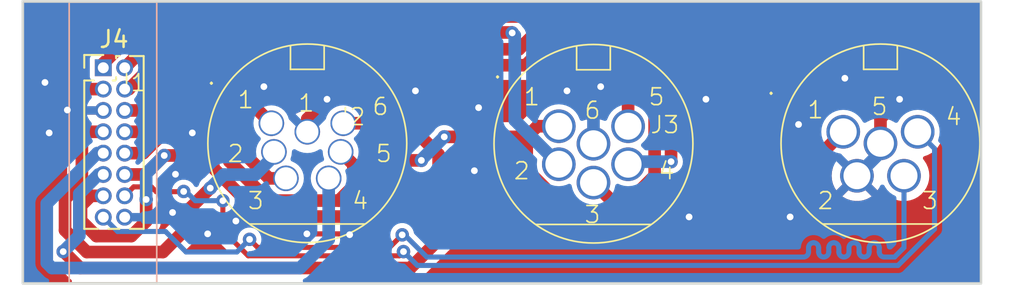
<source format=kicad_pcb>
(kicad_pcb (version 20221018) (generator pcbnew)
  (layers (0 "F.Cu" signal) (31 "B.Cu" signal) (34 "B.Paste" user) (35 "F.Paste" user) (36 "B.SilkS" user "B.Silkscreen") (37 "F.SilkS" user "F.Silkscreen") (38 "B.Mask" user) (39 "F.Mask" user) (44 "Edge.Cuts" user))
  (net 0 "")
  (net 1 "GPIO1_out{slash}in")
  (net 2 "GPIO2_out{slash}in")
  (net 3 "GPIO3_out{slash}in")
  (net 4 "GPIO4_out{slash}in")
  (net 5 "GPIO5_out{slash}in")
  (net 6 "GPIO6_out{slash}in")
  (net 7 "GND")
  (net 8 "+BATT")
  (net 9 "Analog0_In")
  (net 10 "Analog1_In")
  (net 11 "Analog2_In")
  (net 12 "Analog3_In")
  (net 13 "CAN1_N")
  (net 14 "CAN1_P")
  (footprint "Connector_PinHeader_1.27mm:PinHeader_2x08_P1.27mm_Vertical" (layer "F.Cu") (at 16.7132 15.875)
    (fp_text reference "J4" (at 0.635 -1.695) (layer "F.SilkS"))
    (fp_text value "WE 62702621621")
    (fp_line (start -1.13 -0.76) (end 0 -0.76) (stroke (width 0.12)) (layer "F.SilkS"))
    (fp_line (start -1.13 0) (end -1.13 -0.76) (stroke (width 0.12)) (layer "F.SilkS"))
    (fp_line (start -1.13 0.76) (end -1.13 9.585) (stroke (width 0.12)) (layer "F.SilkS"))
    (fp_line (start -1.13 0.76) (end -0.563471 0.76) (stroke (width 0.12)) (layer "F.SilkS"))
    (fp_line (start -1.13 9.585) (end -0.30753 9.585) (stroke (width 0.12)) (layer "F.SilkS"))
    (fp_line (start 0.30753 9.585) (end 0.96247 9.585) (stroke (width 0.12)) (layer "F.SilkS"))
    (fp_line (start 0.563471 0.76) (end 0.706529 0.76) (stroke (width 0.12)) (layer "F.SilkS"))
    (fp_line (start 0.76 -0.695) (end 0.96247 -0.695) (stroke (width 0.12)) (layer "F.SilkS"))
    (fp_line (start 0.76 -0.563471) (end 0.76 -0.695) (stroke (width 0.12)) (layer "F.SilkS"))
    (fp_line (start 0.76 0.706529) (end 0.76 0.563471) (stroke (width 0.12)) (layer "F.SilkS"))
    (fp_line (start 1.57753 -0.695) (end 2.4 -0.695) (stroke (width 0.12)) (layer "F.SilkS"))
    (fp_line (start 1.57753 9.585) (end 2.4 9.585) (stroke (width 0.12)) (layer "F.SilkS"))
    (fp_line (start 2.4 -0.695) (end 2.4 9.585) (stroke (width 0.12)) (layer "F.SilkS"))
    (pad "1" thru_hole rect (at 0 0) (size 1 1) (drill 0.65) (layers "*.Cu" "*.Mask") (net 9 "Analog0_In"))
    (pad "2" thru_hole oval (at 1.27 0) (size 1 1) (drill 0.65) (layers "*.Cu" "*.Mask") (net 10 "Analog1_In"))
    (pad "3" thru_hole oval (at 0 1.27) (size 1 1) (drill 0.65) (layers "*.Cu" "*.Mask") (net 11 "Analog2_In"))
    (pad "4" thru_hole oval (at 1.27 1.27) (size 1 1) (drill 0.65) (layers "*.Cu" "*.Mask") (net 12 "Analog3_In"))
    (pad "5" thru_hole oval (at 0 2.54) (size 1 1) (drill 0.65) (layers "*.Cu" "*.Mask") (net 7 "GND"))
    (pad "6" thru_hole oval (at 1.27 2.54) (size 1 1) (drill 0.65) (layers "*.Cu" "*.Mask") (net 1 "GPIO1_out{slash}in"))
    (pad "7" thru_hole oval (at 0 3.81) (size 1 1) (drill 0.65) (layers "*.Cu" "*.Mask") (net 2 "GPIO2_out{slash}in"))
    (pad "8" thru_hole oval (at 1.27 3.81) (size 1 1) (drill 0.65) (layers "*.Cu" "*.Mask") (net 3 "GPIO3_out{slash}in"))
    (pad "9" thru_hole oval (at 0 5.08) (size 1 1) (drill 0.65) (layers "*.Cu" "*.Mask") (net 4 "GPIO4_out{slash}in"))
    (pad "10" thru_hole oval (at 1.27 5.08) (size 1 1) (drill 0.65) (layers "*.Cu" "*.Mask") (net 5 "GPIO5_out{slash}in"))
    (pad "11" thru_hole oval (at 0 6.35) (size 1 1) (drill 0.65) (layers "*.Cu" "*.Mask") (net 6 "GPIO6_out{slash}in"))
    (pad "12" thru_hole oval (at 1.27 6.35) (size 1 1) (drill 0.65) (layers "*.Cu" "*.Mask") (net 8 "+BATT"))
    (pad "13" thru_hole oval (at 0 7.62) (size 1 1) (drill 0.65) (layers "*.Cu" "*.Mask") (net 8 "+BATT"))
    (pad "14" thru_hole oval (at 1.27 7.62) (size 1 1) (drill 0.65) (layers "*.Cu" "*.Mask") (net 14 "CAN1_P"))
    (pad "15" thru_hole oval (at 0 8.89) (size 1 1) (drill 0.65) (layers "*.Cu" "*.Mask") (net 13 "CAN1_N"))
    (pad "16" thru_hole oval (at 1.27 8.89) (size 1 1) (drill 0.65) (layers "*.Cu" "*.Mask") (net 7 "GND"))
  )
  (footprint "Library:MiniXLR_7Pin" (layer "F.Cu") (at 28.829 20.3708)
    (fp_text reference "J1" (at -10.4 -3.6 unlocked) (layer "F.SilkS") (effects (font (thickness 0.1))))
    (fp_text value "Conn_01x07")
    (fp_text user "." (at -6 -3.4 unlocked) (layer "F.SilkS") (effects (font (thickness 0.1)) (justify left bottom)))
    (fp_text user "5" (at 4 1.2 unlocked) (layer "F.SilkS") (effects (font (thickness 0.1)) (justify left bottom)))
    (fp_text user "4" (at 2.6 4 unlocked) (layer "F.SilkS") (effects (font (thickness 0.1)) (justify left bottom)))
    (fp_text user "1" (at -4.2 -2 unlocked) (layer "F.SilkS") (effects (font (thickness 0.1)) (justify left bottom)))
    (fp_text user "3" (at -3.6 4 unlocked) (layer "F.SilkS") (effects (font (thickness 0.1)) (justify left bottom)))
    (fp_text user "2" (at -4.8 1.2 unlocked) (layer "F.SilkS") (effects (font (thickness 0.1)) (justify left bottom)))
    (fp_text user "1" (at -0.6 -1.8 unlocked) (layer "F.SilkS") (effects (font (thickness 0.1)) (justify left bottom)))
    (fp_text user "6" (at 3.8 -1.6 unlocked) (layer "F.SilkS") (effects (font (thickness 0.1)) (justify left bottom)))
    (fp_line (start -3.4 4.8) (end 3.4 4.8) (stroke (width 0.1)) (layer "F.SilkS"))
    (fp_line (start -1 -5.8) (end -1 -4.4) (stroke (width 0.1)) (layer "F.SilkS"))
    (fp_line (start -1 -4.4) (end 1 -4.4) (stroke (width 0.1)) (layer "F.SilkS"))
    (fp_line (start 1 -4.4) (end 1 -5.8) (stroke (width 0.1)) (layer "F.SilkS"))
    (fp_circle (center 0 0) (end 5.9055 0) (stroke (width 0.1)) (fill none) (layer "F.SilkS"))
    (pad "1" thru_hole circle (at -2.1336 -1.1938) (size 1.52 1.52) (drill 1.32) (layers "*.Cu" "*.Mask") (net 1 "GPIO1_out{slash}in"))
    (pad "2" thru_hole circle (at -1.9812 0.508) (size 1.52 1.52) (drill 1.32) (layers "*.Cu" "*.Mask") (net 2 "GPIO2_out{slash}in"))
    (pad "3" thru_hole circle (at -1.27 2.0828) (size 1.52 1.52) (drill 1.32) (layers "*.Cu" "*.Mask") (net 3 "GPIO3_out{slash}in"))
    (pad "4" thru_hole circle (at 1.27 2.0828) (size 1.52 1.52) (drill 1.32) (layers "*.Cu" "*.Mask") (net 4 "GPIO4_out{slash}in"))
    (pad "5" thru_hole circle (at 1.9812 0.508) (size 1.52 1.52) (drill 1.32) (layers "*.Cu" "*.Mask") (net 5 "GPIO5_out{slash}in"))
    (pad "6" thru_hole circle (at 2.1336 -1.1938) (size 1.52 1.52) (drill 1.32) (layers "*.Cu" "*.Mask") (net 6 "GPIO6_out{slash}in"))
    (pad "7" thru_hole circle (at 0 -0.6858) (size 1.52 1.52) (drill 1.32) (layers "*.Cu" "*.Mask") (net 7 "GND"))
  )
  (footprint "Library:MiniXLR_5Pin" (layer "F.Cu") (at 62.865 20.3708)
    (fp_text reference "J3" (at -12.8 -1.1 unlocked) (layer "F.SilkS") (effects (font (thickness 0.1))))
    (fp_text value "Conn_01x05")
    (fp_text user "2" (at -3.8 4 unlocked) (layer "F.SilkS") (effects (font (thickness 0.1)) (justify left bottom)))
    (fp_text user "." (at -6.8 -2.8 unlocked) (layer "F.SilkS") (effects (font (thickness 0.1)) (justify left bottom)))
    (fp_text user "4" (at 3.8 -1 unlocked) (layer "F.SilkS") (effects (font (thickness 0.1)) (justify left bottom)))
    (fp_text user "1" (at -4.4 -1.4 unlocked) (layer "F.SilkS") (effects (font (thickness 0.1)) (justify left bottom)))
    (fp_text user "5" (at -0.6 -1.6 unlocked) (layer "F.SilkS") (effects (font (thickness 0.1)) (justify left bottom)))
    (fp_text user "3" (at 2.4 4 unlocked) (layer "F.SilkS") (effects (font (thickness 0.1)) (justify left bottom)))
    (fp_line (start -3.4 4.8) (end 3.4 4.8) (stroke (width 0.1)) (layer "F.SilkS"))
    (fp_line (start -1 -5.8) (end -1 -4.4) (stroke (width 0.1)) (layer "F.SilkS"))
    (fp_line (start -1 -4.4) (end 1 -4.4) (stroke (width 0.1)) (layer "F.SilkS"))
    (fp_line (start 1 -4.4) (end 1 -5.8) (stroke (width 0.1)) (layer "F.SilkS"))
    (fp_circle (center 0 0) (end 5.9055 0) (stroke (width 0.1)) (fill none) (layer "F.SilkS"))
    (pad "1" thru_hole circle (at -2.2098 -0.6858) (size 2 2) (drill 1.6) (layers "*.Cu" "*.Mask") (net 8 "+BATT"))
    (pad "2" thru_hole circle (at -1.397 1.9304) (size 2 2) (drill 1.6) (layers "*.Cu" "*.Mask") (net 7 "GND"))
    (pad "3" thru_hole circle (at 1.397 1.9304) (size 2 2) (drill 1.6) (layers "*.Cu" "*.Mask") (net 13 "CAN1_N"))
    (pad "4" thru_hole circle (at 2.2098 -0.6858) (size 2 2) (drill 1.6) (layers "*.Cu" "*.Mask") (net 14 "CAN1_P"))
    (pad "5" thru_hole circle (at 0 0) (size 2 2) (drill 1.6) (layers "*.Cu" "*.Mask") (net 7 "GND"))
  )
  (footprint "Library:MiniXLR_6Pin" (layer "F.Cu") (at 45.8216 20.3962)
    (fp_text reference "J2" (at -14.4 -1.6 unlocked) (layer "F.SilkS") (effects (font (thickness 0.1))))
    (fp_text value "Conn_01x06")
    (fp_text user "3" (at -0.6 4.8 unlocked) (layer "F.SilkS") (effects (font (thickness 0.1)) (justify left bottom)))
    (fp_text user "6" (at -0.6 -1.4 unlocked) (layer "F.SilkS") (effects (font (thickness 0.1)) (justify left bottom)))
    (fp_text user "4" (at 3.8 2.2 unlocked) (layer "F.SilkS") (effects (font (thickness 0.1)) (justify left bottom)))
    (fp_text user "2" (at -4.8 2.2 unlocked) (layer "F.SilkS") (effects (font (thickness 0.1)) (justify left bottom)))
    (fp_text user "5" (at 3.2 -2.2 unlocked) (layer "F.SilkS") (effects (font (thickness 0.1)) (justify left bottom)))
    (fp_text user "1" (at -4.2 -2.2 unlocked) (layer "F.SilkS") (effects (font (thickness 0.1)) (justify left bottom)))
    (fp_text user "." (at -6 -3.8 unlocked) (layer "F.SilkS") (effects (font (thickness 0.1)) (justify left bottom)))
    (fp_line (start -3.4 4.8) (end 3.4 4.8) (stroke (width 0.1)) (layer "F.SilkS"))
    (fp_line (start -1 -5.8) (end -1 -4.4) (stroke (width 0.1)) (layer "F.SilkS"))
    (fp_line (start -1 -4.4) (end 1 -4.4) (stroke (width 0.1)) (layer "F.SilkS"))
    (fp_line (start 1 -4.4) (end 1 -5.8) (stroke (width 0.1)) (layer "F.SilkS"))
    (fp_circle (center 0 0) (end 5.9055 0) (stroke (width 0.1)) (fill none) (layer "F.SilkS"))
    (pad "1" thru_hole circle (at -2.0574 -1.0414) (size 2 2) (drill 1.6) (layers "*.Cu" "*.Mask") (net 8 "+BATT"))
    (pad "2" thru_hole circle (at -2.0574 1.2192) (size 2 2) (drill 1.6) (layers "*.Cu" "*.Mask") (net 9 "Analog0_In"))
    (pad "3" thru_hole circle (at 0 2.3114) (size 2 2) (drill 1.6) (layers "*.Cu" "*.Mask") (net 10 "Analog1_In"))
    (pad "4" thru_hole circle (at 2.0574 1.2192) (size 2 2) (drill 1.6) (layers "*.Cu" "*.Mask") (net 11 "Analog2_In"))
    (pad "5" thru_hole circle (at 2.0574 -1.0414) (size 2 2) (drill 1.6) (layers "*.Cu" "*.Mask") (net 12 "Analog3_In"))
    (pad "6" thru_hole circle (at 0 0) (size 2 2) (drill 1.6) (layers "*.Cu" "*.Mask") (net 7 "GND"))
  )
  (gr_rect (start 14.6882 11.97) (end 19.8882 28.67) (stroke (width 0.1)) (fill none) (layer "B.SilkS"))
  (gr_rect (start 11.938 11.938) (end 68.834 28.702) (stroke (width 0.15)) (fill none) (layer "Edge.Cuts"))
  (segment (start 26.675767 19.177) (end 26.6954 19.177) (width 0.75) (layer "F.Cu") (net 1))
  (segment (start 18.946982 18.415) (end 20.734982 16.627) (width 0.75) (layer "F.Cu") (net 1))
  (segment (start 20.734982 16.627) (end 24.125767 16.627) (width 0.75) (layer "F.Cu") (net 1))
  (segment (start 17.9832 18.415) (end 18.946982 18.415) (width 0.75) (layer "F.Cu") (net 1))
  (segment (start 24.125767 16.627) (end 26.675767 19.177) (width 0.75) (layer "F.Cu") (net 1))
  (segment (start 15.4432 19.9644) (end 15.7226 19.685) (width 0.75) (layer "F.Cu") (net 2))
  (segment (start 23.06531 23.036006) (end 21.8948 24.206516) (width 0.75) (layer "F.Cu") (net 2))
  (segment (start 14.4424 25.544898) (end 14.4424 23.685698) (width 0.75) (layer "F.Cu") (net 2))
  (segment (start 15.735102 26.8376) (end 14.4424 25.544898) (width 0.75) (layer "F.Cu") (net 2))
  (segment (start 15.4432 22.684898) (end 15.4432 19.9644) (width 0.75) (layer "F.Cu") (net 2))
  (segment (start 21.8948 24.206516) (end 21.8948 25.1968) (width 0.75) (layer "F.Cu") (net 2))
  (segment (start 14.4424 23.685698) (end 15.4432 22.684898) (width 0.75) (layer "F.Cu") (net 2))
  (segment (start 21.8948 25.1968) (end 20.254 26.8376) (width 0.75) (layer "F.Cu") (net 2))
  (segment (start 20.254 26.8376) (end 15.735102 26.8376) (width 0.75) (layer "F.Cu") (net 2))
  (segment (start 15.7226 19.685) (end 16.7132 19.685) (width 0.75) (layer "F.Cu") (net 2))
  (via (at 23.06531 23.036006) (size 0.8) (drill 0.4) (layers "F.Cu" "B.Cu") (net 2))
  (segment (start 25.748673 22.23303) (end 26.8478 21.133903) (width 0.75) (layer "B.Cu") (net 2))
  (segment (start 23.868286 22.23303) (end 25.748673 22.23303) (width 0.75) (layer "B.Cu") (net 2))
  (segment (start 26.8478 21.133903) (end 26.8478 20.8788) (width 0.75) (layer "B.Cu") (net 2))
  (segment (start 23.06531 23.036006) (end 23.868286 22.23303) (width 0.75) (layer "B.Cu") (net 2))
  (segment (start 17.9832 19.685) (end 19.020484 19.685) (width 0.75) (layer "F.Cu") (net 3))
  (segment (start 25.146 18.990735) (end 25.146 21.050833) (width 0.75) (layer "F.Cu") (net 3))
  (segment (start 25.146 21.050833) (end 26.548767 22.4536) (width 0.75) (layer "F.Cu") (net 3))
  (segment (start 19.020484 19.685) (end 21.128484 17.577) (width 0.75) (layer "F.Cu") (net 3))
  (segment (start 26.548767 22.4536) (end 27.559 22.4536) (width 0.75) (layer "F.Cu") (net 3))
  (segment (start 23.732265 17.577) (end 25.146 18.990735) (width 0.75) (layer "F.Cu") (net 3))
  (segment (start 21.128484 17.577) (end 23.732265 17.577) (width 0.75) (layer "F.Cu") (net 3))
  (segment (start 13.666004 27.788404) (end 28.396396 27.788404) (width 0.75) (layer "B.Cu") (net 4))
  (segment (start 13.357046 23.958252) (end 13.357046 27.479446) (width 0.75) (layer "B.Cu") (net 4))
  (segment (start 16.7132 20.955) (end 16.360298 20.955) (width 0.75) (layer "B.Cu") (net 4))
  (segment (start 30.099 26.0858) (end 30.099 22.4536) (width 0.75) (layer "B.Cu") (net 4))
  (segment (start 16.360298 20.955) (end 13.357046 23.958252) (width 0.75) (layer "B.Cu") (net 4))
  (segment (start 28.396396 27.788404) (end 30.099 26.0858) (width 0.75) (layer "B.Cu") (net 4))
  (segment (start 13.357046 27.479446) (end 13.666004 27.788404) (width 0.75) (layer "B.Cu") (net 4))
  (segment (start 17.9832 20.955) (end 19.093986 20.955) (width 0.75) (layer "F.Cu") (net 5))
  (segment (start 24.196 19.384237) (end 24.196 21.444335) (width 0.75) (layer "F.Cu") (net 5))
  (segment (start 23.338763 18.527) (end 24.196 19.384237) (width 0.75) (layer "F.Cu") (net 5))
  (segment (start 31.5602 22.9228) (end 31.5602 21.6288) (width 0.75) (layer "F.Cu") (net 5))
  (segment (start 24.196 21.444335) (end 26.530265 23.7786) (width 0.75) (layer "F.Cu") (net 5))
  (segment (start 26.530265 23.7786) (end 30.7044 23.7786) (width 0.75) (layer "F.Cu") (net 5))
  (segment (start 30.7044 23.7786) (end 31.5602 22.9228) (width 0.75) (layer "F.Cu") (net 5))
  (segment (start 21.521986 18.527) (end 23.338763 18.527) (width 0.75) (layer "F.Cu") (net 5))
  (segment (start 19.093986 20.955) (end 21.521986 18.527) (width 0.75) (layer "F.Cu") (net 5))
  (segment (start 31.5602 21.6288) (end 30.8102 20.8788) (width 0.75) (layer "F.Cu") (net 5))
  (segment (start 34.7726 19.177) (end 30.9626 19.177) (width 0.75) (layer "F.Cu") (net 6))
  (segment (start 36.6268 26.1112) (end 36.6268 21.0312) (width 0.75) (layer "F.Cu") (net 6))
  (segment (start 15.3416 27.7876) (end 34.9504 27.7876) (width 0.75) (layer "F.Cu") (net 6))
  (segment (start 36.6268 21.0312) (end 34.7726 19.177) (width 0.75) (layer "F.Cu") (net 6))
  (segment (start 14.332046 26.813404) (end 14.367404 26.813404) (width 0.75) (layer "F.Cu") (net 6))
  (segment (start 14.367404 26.813404) (end 15.3416 27.7876) (width 0.75) (layer "F.Cu") (net 6))
  (segment (start 34.9504 27.7876) (end 36.6268 26.1112) (width 0.75) (layer "F.Cu") (net 6))
  (via (at 14.332046 26.813404) (size 0.8) (drill 0.4) (layers "F.Cu" "B.Cu") (net 6))
  (segment (start 15.2908 25.85465) (end 15.2908 23.368) (width 0.75) (layer "B.Cu") (net 6))
  (segment (start 15.2908 23.368) (end 16.4338 22.225) (width 0.75) (layer "B.Cu") (net 6))
  (segment (start 14.332046 26.813404) (end 15.2908 25.85465) (width 0.75) (layer "B.Cu") (net 6))
  (segment (start 16.4338 22.225) (end 16.7132 22.225) (width 0.75) (layer "B.Cu") (net 6))
  (segment (start 62.865 18.885) (end 64 17.75) (width 0.75) (layer "F.Cu") (net 7))
  (segment (start 62.865 20.3708) (end 62.865 18.885) (width 0.75) (layer "F.Cu") (net 7))
  (segment (start 28.829 18.921) (end 30 17.75) (width 0.75) (layer "F.Cu") (net 7))
  (segment (start 28.829 19.685) (end 28.829 18.921) (width 0.75) (layer "F.Cu") (net 7))
  (via (at 58 19.25) (size 0.8) (drill 0.4) (layers "F.Cu" "B.Cu") (net 7))
  (via (at 20.828 24.4856) (size 0.8) (drill 0.4) (layers "F.Cu" "B.Cu") (net 7))
  (via (at 26.25 17) (size 0.8) (drill 0.4) (layers "F.Cu" "B.Cu") (net 7))
  (via (at 21 22.2116) (size 0.8) (drill 0.4) (layers "F.Cu" "B.Cu") (net 7))
  (via (at 22.9108 25.7556) (size 0.8) (drill 0.4) (layers "F.Cu" "B.Cu") (net 7))
  (via (at 30 17.75) (size 0.8) (drill 0.4) (layers "F.Cu" "B.Cu") (net 7))
  (via (at 14.5796 18.3896) (size 0.8) (drill 0.4) (layers "F.Cu" "B.Cu") (net 7))
  (via (at 57.5 24.75) (size 0.8) (drill 0.4) (layers "F.Cu" "B.Cu") (net 7))
  (via (at 24.5872 24.9936) (size 0.8) (drill 0.4) (layers "F.Cu" "B.Cu") (net 7))
  (via (at 35.25 17.25) (size 0.8) (drill 0.4) (layers "F.Cu" "B.Cu") (net 7))
  (via (at 13.5 19.75) (size 0.8) (drill 0.4) (layers "F.Cu" "B.Cu") (net 7))
  (via (at 46.25 17) (size 0.8) (drill 0.4) (layers "F.Cu" "B.Cu") (net 7))
  (via (at 28.8036 25.7556) (size 0.8) (drill 0.4) (layers "F.Cu" "B.Cu") (net 7))
  (via (at 51.5 24.75) (size 0.8) (drill 0.4) (layers "F.Cu" "B.Cu") (net 7))
  (via (at 38.75 22) (size 0.8) (drill 0.4) (layers "F.Cu" "B.Cu") (net 7))
  (via (at 52.5 17.75) (size 0.8) (drill 0.4) (layers "F.Cu" "B.Cu") (net 7))
  (via (at 31.3436 25.8064) (size 0.8) (drill 0.4) (layers "F.Cu" "B.Cu") (net 7))
  (via (at 44.25 17.25) (size 0.8) (drill 0.4) (layers "F.Cu" "B.Cu") (net 7))
  (via (at 13.25 16.75) (size 0.8) (drill 0.4) (layers "F.Cu" "B.Cu") (net 7))
  (via (at 39 18.25) (size 0.8) (drill 0.4) (layers "F.Cu" "B.Cu") (net 7))
  (via (at 64 17.75) (size 0.8) (drill 0.4) (layers "F.Cu" "B.Cu") (net 7))
  (via (at 60.75 16.5) (size 0.8) (drill 0.4) (layers "F.Cu" "B.Cu") (net 7))
  (via (at 22 19.75) (size 0.8) (drill 0.4) (layers "F.Cu" "B.Cu") (net 7))
  (segment (start 45.8216 20.3962) (end 45.8216 18.8216) (width 0.75) (layer "B.Cu") (net 7))
  (segment (start 45.8216 18.8216) (end 44.25 17.25) (width 0.75) (layer "B.Cu") (net 7))
  (segment (start 62.865 20.3708) (end 62.865 20.9042) (width 0.75) (layer "B.Cu") (net 7))
  (segment (start 62.865 20.9042) (end 61.468 22.3012) (width 0.75) (layer "B.Cu") (net 7))
  (segment (start 20.332926 21.09492) (end 22.66972 21.09492) (width 0.75) (layer "F.Cu") (net 8))
  (segment (start 20.332926 21.09492) (end 19.202846 22.225) (width 0.75) (layer "F.Cu") (net 8))
  (segment (start 23.246 21.6712) (end 23.246 21.837837) (width 0.75) (layer "F.Cu") (net 8))
  (segment (start 34.440972 21.38553) (end 35.60227 21.38553) (width 0.75) (layer "F.Cu") (net 8))
  (segment (start 19.259567 23.7116) (end 19.259567 25.008913) (width 0.75) (layer "F.Cu") (net 8))
  (segment (start 50.6984 22.606) (end 57.7342 22.606) (width 0.75) (layer "F.Cu") (net 8))
  (segment (start 41.8592 20.0152) (end 41.8592 21.937787) (width 0.75) (layer "F.Cu") (net 8))
  (segment (start 41.831062 19.987062) (end 41.8592 20.0152) (width 0.75) (layer "F.Cu") (net 8))
  (segment (start 23.246 21.837837) (end 26.136763 24.7286) (width 0.75) (layer "F.Cu") (net 8))
  (segment (start 22.66972 21.09492) (end 23.246 21.6712) (width 0.75) (layer "F.Cu") (net 8))
  (segment (start 44.579013 24.6576) (end 48.6468 24.6576) (width 0.75) (layer "F.Cu") (net 8))
  (segment (start 16.3068 25.8876) (end 15.3924 24.9732) (width 0.75) (layer "F.Cu") (net 8))
  (segment (start 15.9766 23.495) (end 16.7132 23.495) (width 0.75) (layer "F.Cu") (net 8))
  (segment (start 31.097902 24.7286) (end 34.440972 21.38553) (width 0.75) (layer "F.Cu") (net 8))
  (segment (start 36.961521 19.987062) (end 41.831062 19.987062) (width 0.75) (layer "F.Cu") (net 8))
  (segment (start 48.6468 24.6576) (end 50.6984 22.606) (width 0.75) (layer "F.Cu") (net 8))
  (segment (start 18.38088 25.8876) (end 16.3068 25.8876) (width 0.75) (layer "F.Cu") (net 8))
  (segment (start 19.202846 22.225) (end 17.9832 22.225) (width 0.75) (layer "F.Cu") (net 8))
  (segment (start 41.8592 21.937787) (end 44.579013 24.6576) (width 0.75) (layer "F.Cu") (net 8))
  (segment (start 57.7342 22.606) (end 60.6552 19.685) (width 0.75) (layer "F.Cu") (net 8))
  (segment (start 19.259567 25.008913) (end 18.38088 25.8876) (width 0.75) (layer "F.Cu") (net 8))
  (segment (start 15.3924 24.0792) (end 15.9766 23.495) (width 0.75) (layer "F.Cu") (net 8))
  (segment (start 15.3924 24.9732) (end 15.3924 24.0792) (width 0.75) (layer "F.Cu") (net 8))
  (segment (start 42.491462 19.3548) (end 41.8592 19.987062) (width 0.75) (layer "F.Cu") (net 8))
  (segment (start 26.136763 24.7286) (end 31.097902 24.7286) (width 0.75) (layer "F.Cu") (net 8))
  (segment (start 41.8592 19.987062) (end 41.8592 20.0152) (width 0.75) (layer "F.Cu") (net 8))
  (segment (start 43.7642 19.3548) (end 42.491462 19.3548) (width 0.75) (layer "F.Cu") (net 8))
  (via (at 19.259567 23.7116) (size 0.8) (drill 0.4) (layers "F.Cu" "B.Cu") (net 8))
  (via (at 35.60227 21.38553) (size 0.8) (drill 0.4) (layers "F.Cu" "B.Cu") (net 8))
  (via (at 20.332926 21.09492) (size 0.8) (drill 0.4) (layers "F.Cu" "B.Cu") (net 8))
  (via (at 36.961521 19.987062) (size 0.8) (drill 0.4) (layers "F.Cu" "B.Cu") (net 8))
  (segment (start 35.60227 21.38553) (end 35.60227 21.346313) (width 0.75) (layer "B.Cu") (net 8))
  (segment (start 20.332926 21.09492) (end 19.259567 22.168279) (width 0.75) (layer "B.Cu") (net 8))
  (segment (start 19.259567 22.168279) (end 19.259567 23.7116) (width 0.75) (layer "B.Cu") (net 8))
  (segment (start 35.60227 21.346313) (end 36.961521 19.987062) (width 0.75) (layer "B.Cu") (net 8))
  (segment (start 18.56092 13.777) (end 16.7132 15.62472) (width 0.75) (layer "F.Cu") (net 9))
  (segment (start 16.7132 15.62472) (end 16.7132 15.875) (width 0.75) (layer "F.Cu") (net 9))
  (segment (start 40.9956 13.802) (end 40.9706 13.777) (width 0.75) (layer "F.Cu") (net 9))
  (segment (start 40.9706 13.777) (end 18.56092 13.777) (width 0.75) (layer "F.Cu") (net 9))
  (via (at 40.9956 13.802) (size 0.8) (drill 0.4) (layers "F.Cu" "B.Cu") (net 9))
  (segment (start 40.9956 13.802) (end 41.148 13.9544) (width 0.75) (layer "B.Cu") (net 9))
  (segment (start 41.148 13.9544) (end 41.148 18.9992) (width 0.75) (layer "B.Cu") (net 9))
  (segment (start 41.148 18.9992) (end 43.7642 21.6154) (width 0.75) (layer "B.Cu") (net 9))
  (segment (start 39.681498 14.777) (end 41.399459 14.777) (width 0.75) (layer "F.Cu") (net 10))
  (segment (start 17.9832 15.875) (end 19.1312 14.727) (width 0.75) (layer "F.Cu") (net 10))
  (segment (start 48.0474 23.7076) (end 46.8216 23.7076) (width 0.75) (layer "F.Cu") (net 10))
  (segment (start 39.631498 14.727) (end 39.681498 14.777) (width 0.75) (layer "F.Cu") (net 10))
  (segment (start 42.399459 13.777) (end 48.095098 13.777) (width 0.75) (layer "F.Cu") (net 10))
  (segment (start 48.095098 13.777) (end 49.454 15.135902) (width 0.75) (layer "F.Cu") (net 10))
  (segment (start 41.399459 14.777) (end 42.399459 13.777) (width 0.75) (layer "F.Cu") (net 10))
  (segment (start 49.454 22.301) (end 48.0474 23.7076) (width 0.75) (layer "F.Cu") (net 10))
  (segment (start 19.1312 14.727) (end 39.631498 14.727) (width 0.75) (layer "F.Cu") (net 10))
  (segment (start 49.454 15.135902) (end 49.454 22.301) (width 0.75) (layer "F.Cu") (net 10))
  (segment (start 46.8216 23.7076) (end 45.8216 22.7076) (width 0.75) (layer "F.Cu") (net 10))
  (segment (start 50.429 14.7674) (end 50.429 21.463) (width 0.75) (layer "F.Cu") (net 11))
  (segment (start 15.4432 16.755) (end 15.4432 14.7955) (width 0.75) (layer "F.Cu") (net 11))
  (segment (start 48.4886 12.827) (end 50.429 14.7674) (width 0.75) (layer "F.Cu") (net 11))
  (segment (start 17.4117 12.827) (end 48.4886 12.827) (width 0.75) (layer "F.Cu") (net 11))
  (segment (start 15.8332 17.145) (end 15.4432 16.755) (width 0.75) (layer "F.Cu") (net 11))
  (segment (start 16.7132 17.145) (end 15.8332 17.145) (width 0.75) (layer "F.Cu") (net 11))
  (segment (start 15.4432 14.7955) (end 17.4117 12.827) (width 0.75) (layer "F.Cu") (net 11))
  (via (at 50.429 21.463) (size 0.8) (drill 0.4) (layers "F.Cu" "B.Cu") (net 11))
  (segment (start 50.429 21.463) (end 48.0314 21.463) (width 0.75) (layer "B.Cu") (net 11))
  (segment (start 48.0314 21.463) (end 47.879 21.6154) (width 0.75) (layer "B.Cu") (net 11))
  (segment (start 46.8834 14.727) (end 47.879 15.7226) (width 0.75) (layer "F.Cu") (net 12))
  (segment (start 19.70148 15.677) (end 39.237995 15.677) (width 0.75) (layer "F.Cu") (net 12))
  (segment (start 47.879 15.7226) (end 47.879 19.3548) (width 0.75) (layer "F.Cu") (net 12))
  (segment (start 41.792961 15.727) (end 42.792961 14.727) (width 0.75) (layer "F.Cu") (net 12))
  (segment (start 39.287995 15.727) (end 41.792961 15.727) (width 0.75) (layer "F.Cu") (net 12))
  (segment (start 17.9832 17.145) (end 18.23348 17.145) (width 0.75) (layer "F.Cu") (net 12))
  (segment (start 18.23348 17.145) (end 19.70148 15.677) (width 0.75) (layer "F.Cu") (net 12))
  (segment (start 39.237995 15.677) (end 39.287995 15.727) (width 0.75) (layer "F.Cu") (net 12))
  (segment (start 42.792961 14.727) (end 46.8834 14.727) (width 0.75) (layer "F.Cu") (net 12))
  (segment (start 25.8786 26.5626) (end 25.4 26.084) (width 0.3) (layer "F.Cu") (net 13))
  (segment (start 33.716162 26.5626) (end 25.8786 26.5626) (width 0.3) (layer "F.Cu") (net 13))
  (segment (start 34.463181 25.815581) (end 33.716162 26.5626) (width 0.3) (layer "F.Cu") (net 13))
  (via (at 25.4 26.084) (size 0.8) (drill 0.4) (layers "F.Cu" "B.Cu") (net 13))
  (via (at 34.463181 25.815581) (size 0.8) (drill 0.4) (layers "F.Cu" "B.Cu") (net 13))
  (segment (start 20.408 25.615) (end 17.5632 25.615) (width 0.3) (layer "B.Cu") (net 13))
  (segment (start 62.7936 26.8352) (end 62.7936 26.583253) (width 0.3) (layer "B.Cu") (net 13))
  (segment (start 24.65 26.834) (end 21.627 26.834) (width 0.3) (layer "B.Cu") (net 13))
  (segment (start 35.923631 27.1352) (end 34.604012 25.815581) (width 0.3) (layer "B.Cu") (net 13))
  (segment (start 17.5632 25.615) (end 16.7132 24.765) (width 0.3) (layer "B.Cu") (net 13))
  (segment (start 25.4 26.084) (end 24.65 26.834) (width 0.3) (layer "B.Cu") (net 13))
  (segment (start 64.262 22.3012) (end 64.262 26.572494) (width 0.3) (layer "B.Cu") (net 13))
  (segment (start 21.627 26.834) (end 20.408 25.615) (width 0.3) (layer "B.Cu") (net 13))
  (segment (start 61.5936 26.8352) (end 61.5936 26.583251) (width 0.3) (layer "B.Cu") (net 13))
  (segment (start 34.604012 25.815581) (end 34.463181 25.815581) (width 0.3) (layer "B.Cu") (net 13))
  (segment (start 58.2936 27.1352) (end 56.844344 27.1352) (width 0.3) (layer "B.Cu") (net 13))
  (segment (start 62.1936 26.583253) (end 62.1936 26.8352) (width 0.3) (layer "B.Cu") (net 13))
  (segment (start 60.3936 26.8352) (end 60.3936 26.58325) (width 0.3) (layer "B.Cu") (net 13))
  (segment (start 56.844344 27.1352) (end 35.923631 27.1352) (width 0.3) (layer "B.Cu") (net 13))
  (segment (start 63.699294 27.1352) (end 63.0936 27.1352) (width 0.3) (layer "B.Cu") (net 13))
  (segment (start 60.9936 26.583251) (end 60.9936 26.8352) (width 0.3) (layer "B.Cu") (net 13))
  (segment (start 59.7936 26.58325) (end 59.7936 26.8352) (width 0.3) (layer "B.Cu") (net 13))
  (segment (start 58.5936 26.583242) (end 58.5936 26.8352) (width 0.3) (layer "B.Cu") (net 13))
  (segment (start 59.1936 26.8352) (end 59.1936 26.583242) (width 0.3) (layer "B.Cu") (net 13))
  (segment (start 64.262 26.572494) (end 63.699294 27.1352) (width 0.3) (layer "B.Cu") (net 13))
  (arc (start 60.9936 26.8352) (mid 60.905732 27.047332) (end 60.6936 27.1352) (width 0.3) (layer "B.Cu") (net 13))
  (arc (start 61.8936 27.1352) (mid 61.681468 27.047332) (end 61.5936 26.8352) (width 0.3) (layer "B.Cu") (net 13))
  (arc (start 61.2936 26.283251) (mid 61.081468 26.371119) (end 60.9936 26.583251) (width 0.3) (layer "B.Cu") (net 13))
  (arc (start 60.3936 26.58325) (mid 60.305732 26.371118) (end 60.0936 26.28325) (width 0.3) (layer "B.Cu") (net 13))
  (arc (start 60.6936 27.1352) (mid 60.481468 27.047332) (end 60.3936 26.8352) (width 0.3) (layer "B.Cu") (net 13))
  (arc (start 58.8936 26.283242) (mid 58.681468 26.37111) (end 58.5936 26.583242) (width 0.3) (layer "B.Cu") (net 13))
  (arc (start 59.1936 26.583242) (mid 59.105732 26.37111) (end 58.8936 26.283242) (width 0.3) (layer "B.Cu") (net 13))
  (arc (start 58.5936 26.8352) (mid 58.505732 27.047332) (end 58.2936 27.1352) (width 0.3) (layer "B.Cu") (net 13))
  (arc (start 60.0936 26.28325) (mid 59.881468 26.371118) (end 59.7936 26.58325) (width 0.3) (layer "B.Cu") (net 13))
  (arc (start 62.7936 26.583253) (mid 62.705732 26.371121) (end 62.4936 26.283253) (width 0.3) (layer "B.Cu") (net 13))
  (arc (start 62.4936 26.283253) (mid 62.281468 26.371121) (end 62.1936 26.583253) (width 0.3) (layer "B.Cu") (net 13))
  (arc (start 62.1936 26.8352) (mid 62.105732 27.047332) (end 61.8936 27.1352) (width 0.3) (layer "B.Cu") (net 13))
  (arc (start 61.5936 26.583251) (mid 61.505732 26.371119) (end 61.2936 26.283251) (width 0.3) (layer "B.Cu") (net 13))
  (arc (start 63.0936 27.1352) (mid 62.881468 27.047332) (end 62.7936 26.8352) (width 0.3) (layer "B.Cu") (net 13))
  (arc (start 59.4936 27.1352) (mid 59.281468 27.047332) (end 59.1936 26.8352) (width 0.3) (layer "B.Cu") (net 13))
  (arc (start 59.7936 26.8352) (mid 59.705732 27.047332) (end 59.4936 27.1352) (width 0.3) (layer "B.Cu") (net 13))
  (segment (start 23.814451 23.785148) (end 23.814451 25.559112) (width 0.3) (layer "F.Cu") (net 14))
  (segment (start 25.317939 27.0626) (end 34.29037 27.0626) (width 0.3) (layer "F.Cu") (net 14))
  (segment (start 19.858628 23.25) (end 19.570228 22.9616) (width 0.3) (layer "F.Cu") (net 14))
  (segment (start 34.29037 27.0626) (end 34.54037 26.8126) (width 0.3) (layer "F.Cu") (net 14))
  (segment (start 21.486228 23.236228) (end 21.472456 23.25) (width 0.3) (layer "F.Cu") (net 14))
  (segment (start 19.570228 22.9616) (end 18.5166 22.9616) (width 0.3) (layer "F.Cu") (net 14))
  (segment (start 18.5166 22.9616) (end 17.9832 23.495) (width 0.3) (layer "F.Cu") (net 14))
  (segment (start 21.472456 23.25) (end 19.858628 23.25) (width 0.3) (layer "F.Cu") (net 14))
  (segment (start 23.814451 25.559112) (end 25.317939 27.0626) (width 0.3) (layer "F.Cu") (net 14))
  (via (at 34.54037 26.8126) (size 0.8) (drill 0.4) (layers "F.Cu" "B.Cu") (net 14))
  (via (at 23.814451 23.785148) (size 0.8) (drill 0.4) (layers "F.Cu" "B.Cu") (net 14))
  (via (at 21.486228 23.236228) (size 0.8) (drill 0.4) (layers "F.Cu" "B.Cu") (net 14))
  (segment (start 21.486228 23.236228) (end 21.628809 23.236228) (width 0.3) (layer "B.Cu") (net 14))
  (segment (start 35.36297 27.6352) (end 63.9064 27.6352) (width 0.3) (layer "B.Cu") (net 14))
  (segment (start 34.54037 26.8126) (end 35.36297 27.6352) (width 0.3) (layer "B.Cu") (net 14))
  (segment (start 66.0748 25.4668) (end 66.0748 20.685) (width 0.3) (layer "B.Cu") (net 14))
  (segment (start 63.9064 27.6352) (end 66.0748 25.4668) (width 0.3) (layer "B.Cu") (net 14))
  (segment (start 66.0748 20.685) (end 65.0748 19.685) (width 0.3) (layer "B.Cu") (net 14))
  (segment (start 21.628809 23.236228) (end 22.177729 23.785148) (width 0.3) (layer "B.Cu") (net 14))
  (segment (start 22.177729 23.785148) (end 23.814451 23.785148) (width 0.3) (layer "B.Cu") (net 14))
  (zone (net 7) (net_name "GND") (layer "F.Cu") (connect_pads (clearance 0.5)) (min_thickness 0.25) (fill yes (thermal_gap 0.5) (thermal_bridge_width 0.5))
    (polygon (pts (xy 11.938 11.938) (xy 11.938 28.702) (xy 68.834 28.702) (xy 68.834 11.938)))
  )
  (zone (net 7) (net_name "GND") (layer "B.Cu") (connect_pads (clearance 0.3)) (min_thickness 0.3) (fill yes (thermal_gap 0.5) (thermal_bridge_width 0.5))
    (polygon (pts (xy 11.938 11.938) (xy 11.938 28.702) (xy 68.834 28.702) (xy 68.834 11.938)))
  )
)
</source>
